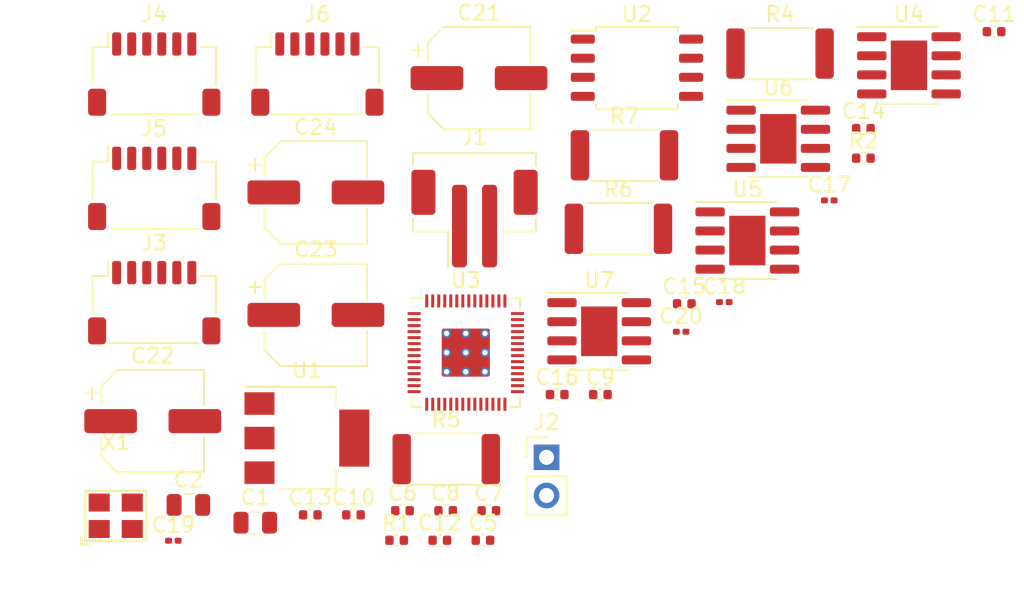
<source format=kicad_pcb>
(kicad_pcb (version 20211014) (generator pcbnew)
  (layers (0 "F.Cu" signal) (31 "B.Cu" signal) (34 "B.Paste" user) (35 "F.Paste" user) (36 "B.SilkS" user "B.Silkscreen") (37 "F.SilkS" user "F.Silkscreen") (38 "B.Mask" user) (39 "F.Mask" user) (44 "Edge.Cuts" user))
  (net 0 "")
  (net 1 "+BATT")
  (net 2 "GND")
  (net 3 "+3V3")
  (net 4 "Net-(C6-Pad1)")
  (net 5 "+5V")
  (net 6 "/~{USB_BOOT}")
  (net 7 "Net-(J3-Pad1)")
  (net 8 "Net-(J3-Pad2)")
  (net 9 "/MTR_1_A")
  (net 10 "/MTR_1_B")
  (net 11 "Net-(J4-Pad1)")
  (net 12 "Net-(J4-Pad2)")
  (net 13 "/MTR_2_A")
  (net 14 "/MTR_2_B")
  (net 15 "Net-(J5-Pad1)")
  (net 16 "Net-(J5-Pad2)")
  (net 17 "Net-(J6-Pad1)")
  (net 18 "Net-(J6-Pad2)")
  (net 19 "/QSPI_SS")
  (net 20 "Net-(R4-Pad1)")
  (net 21 "Net-(R5-Pad1)")
  (net 22 "Net-(R6-Pad1)")
  (net 23 "Net-(R7-Pad1)")
  (net 24 "/QSPI_SD1")
  (net 25 "/QSPI_SD2")
  (net 26 "/QSPI_SD0")
  (net 27 "/QSPI_SCLK")
  (net 28 "/QSPI_SD3")
  (net 29 "/GPIO0")
  (net 30 "/GPIO1")
  (net 31 "/MTR_3_A")
  (net 32 "/MTR_3_B")
  (net 33 "/MTR_4_A")
  (net 34 "/MTR_4_B")
  (net 35 "/MTR_1_IN1")
  (net 36 "/MTR_1_IN2")
  (net 37 "/MTR_2_IN1")
  (net 38 "/MTR_2_IN2")
  (net 39 "/MTR_3_IN1")
  (net 40 "/MTR_3_IN2")
  (net 41 "/XIN")
  (net 42 "/XOUT")
  (net 43 "/SWCLK")
  (net 44 "/SWD")
  (net 45 "/RUN")
  (net 46 "/MTR_4_IN1")
  (net 47 "/MTR_4_IN2")
  (net 48 "/GPIO18")
  (net 49 "/GPIO19")
  (net 50 "/GPIO20")
  (net 51 "/GPIO21")
  (net 52 "/GPIO22")
  (net 53 "/GPIO23")
  (net 54 "/GPIO24")
  (net 55 "/GPIO25")
  (net 56 "/GPIO26_ADC0")
  (net 57 "/GPIO27_ADC1")
  (net 58 "/GPIO28_ADC2")
  (net 59 "/GPIO29_ADC3")
  (footprint "Package_SO:SOIC-8-1EP_3.9x4.9mm_P1.27mm_EP2.41x3.3mm" (layer "F.Cu") (at 135.745 72.24)
    (fp_text reference "U6" (at 0 -3.4) (layer "F.SilkS"))
    (fp_text value "A4950E")
    (fp_line (start 0 -2.56) (end -3.45 -2.56) (layer "F.SilkS") (width 0.12))
    (fp_line (start 0 2.56) (end -1.95 2.56) (layer "F.SilkS") (width 0.12))
    (fp_line (start 0 -2.56) (end 1.95 -2.56) (layer "F.SilkS") (width 0.12))
    (fp_line (start 0 2.56) (end 1.95 2.56) (layer "F.SilkS") (width 0.12))
    (pad "1" smd roundrect (at -2.475 -1.905) (size 1.95 0.6) (layers "F.Cu" "F.Paste" "F.Mask") (net 2 "GND"))
    (pad "2" smd roundrect (at -2.475 -0.635) (size 1.95 0.6) (layers "F.Cu" "F.Paste" "F.Mask") (net 36 "/MTR_1_IN2"))
    (pad "3" smd roundrect (at -2.475 0.635) (size 1.95 0.6) (layers "F.Cu" "F.Paste" "F.Mask") (net 35 "/MTR_1_IN1"))
    (pad "4" smd roundrect (at -2.475 1.905) (size 1.95 0.6) (layers "F.Cu" "F.Paste" "F.Mask") (net 3 "+3V3"))
    (pad "5" smd roundrect (at 2.475 1.905) (size 1.95 0.6) (layers "F.Cu" "F.Paste" "F.Mask") (net 5 "+5V"))
    (pad "6" smd roundrect (at 2.475 0.635) (size 1.95 0.6) (layers "F.Cu" "F.Paste" "F.Mask") (net 15 "Net-(J5-Pad1)"))
    (pad "7" smd roundrect (at 2.475 -0.635) (size 1.95 0.6) (layers "F.Cu" "F.Paste" "F.Mask") (net 22 "Net-(R6-Pad1)"))
    (pad "8" smd roundrect (at 2.475 -1.905) (size 1.95 0.6) (layers "F.Cu" "F.Paste" "F.Mask") (net 16 "Net-(J5-Pad2)"))
    (pad "9" smd rect (at 0 0) (size 2.41 3.3) (layers "F.Cu" "F.Mask") (net 2 "GND"))
  )
  (footprint "Connector_PinHeader_2.54mm:PinHeader_1x02_P2.54mm_Vertical" (layer "F.Cu") (at 120.335 93.44)
    (fp_text reference "J2" (at 0 -2.33) (layer "F.SilkS"))
    (fp_text value "Conn_01x02")
    (fp_line (start -1.33 3.87) (end 1.33 3.87) (layer "F.SilkS") (width 0.12))
    (fp_line (start -1.33 0) (end -1.33 -1.33) (layer "F.SilkS") (width 0.12))
    (fp_line (start -1.33 1.27) (end 1.33 1.27) (layer "F.SilkS") (width 0.12))
    (fp_line (start -1.33 -1.33) (end 0 -1.33) (layer "F.SilkS") (width 0.12))
    (fp_line (start -1.33 1.27) (end -1.33 3.87) (layer "F.SilkS") (width 0.12))
    (fp_line (start 1.33 1.27) (end 1.33 3.87) (layer "F.SilkS") (width 0.12))
    (pad "1" thru_hole rect (at 0 0) (size 1.7 1.7) (drill 1) (layers *.Cu *.Mask) (net 6 "/~{USB_BOOT}"))
    (pad "2" thru_hole oval (at 0 2.54) (size 1.7 1.7) (drill 1) (layers *.Cu *.Mask) (net 2 "GND"))
  )
  (footprint "Capacitor_SMD:C_0402_1005Metric" (layer "F.Cu") (at 150.095 65.11)
    (fp_text reference "C11" (at 0 -1.16) (layer "F.SilkS"))
    (fp_text value "100n")
    (fp_line (start -0.107836 -0.36) (end 0.107836 -0.36) (layer "F.SilkS") (width 0.12))
    (fp_line (start -0.107836 0.36) (end 0.107836 0.36) (layer "F.SilkS") (width 0.12))
    (pad "1" smd roundrect (at -0.48 0) (size 0.56 0.62) (layers "F.Cu" "F.Paste" "F.Mask") (net 3 "+3V3"))
    (pad "2" smd roundrect (at 0.48 0) (size 0.56 0.62) (layers "F.Cu" "F.Paste" "F.Mask") (net 2 "GND"))
  )
  (footprint "Capacitor_SMD:C_0402_1005Metric" (layer "F.Cu") (at 116.495 96.99)
    (fp_text reference "C7" (at 0 -1.16) (layer "F.SilkS"))
    (fp_text value "100n")
    (fp_line (start -0.107836 -0.36) (end 0.107836 -0.36) (layer "F.SilkS") (width 0.12))
    (fp_line (start -0.107836 0.36) (end 0.107836 0.36) (layer "F.SilkS") (width 0.12))
    (pad "1" smd roundrect (at -0.48 0) (size 0.56 0.62) (layers "F.Cu" "F.Paste" "F.Mask") (net 4 "Net-(C6-Pad1)"))
    (pad "2" smd roundrect (at 0.48 0) (size 0.56 0.62) (layers "F.Cu" "F.Paste" "F.Mask") (net 2 "GND"))
  )
  (footprint "Capacitor_SMD:CP_Elec_6.3x5.4" (layer "F.Cu") (at 104.995 83.96)
    (fp_text reference "C23" (at 0 -4.35) (layer "F.SilkS"))
    (fp_text value "100u")
    (fp_line (start -2.345563 -3.41) (end 3.41 -3.41) (layer "F.SilkS") (width 0.12))
    (fp_line (start -4.4375 -1.8475) (end -3.65 -1.8475) (layer "F.SilkS") (width 0.12))
    (fp_line (start -3.41 2.345563) (end -3.41 1.06) (layer "F.SilkS") (width 0.12))
    (fp_line (start -4.04375 -2.24125) (end -4.04375 -1.45375) (layer "F.SilkS") (width 0.12))
    (fp_line (start -3.41 -2.345563) (end -3.41 -1.06) (layer "F.SilkS") (width 0.12))
    (fp_line (start 3.41 -3.41) (end 3.41 -1.06) (layer "F.SilkS") (width 0.12))
    (fp_line (start -3.41 2.345563) (end -2.345563 3.41) (layer "F.SilkS") (width 0.12))
    (fp_line (start 3.41 3.41) (end 3.41 1.06) (layer "F.SilkS") (width 0.12))
    (fp_line (start -2.345563 3.41) (end 3.41 3.41) (layer "F.SilkS") (width 0.12))
    (fp_line (start -3.41 -2.345563) (end -2.345563 -3.41) (layer "F.SilkS") (width 0.12))
    (pad "1" smd roundrect (at -2.8 0) (size 3.5 1.6) (layers "F.Cu" "F.Paste" "F.Mask") (roundrect_rratio 0.15625) (net 5 "+5V"))
    (pad "2" smd roundrect (at 2.8 0) (size 3.5 1.6) (layers "F.Cu" "F.Paste" "F.Mask") (roundrect_rratio 0.15625) (net 2 "GND"))
  )
  (footprint "Capacitor_SMD:C_0402_1005Metric" (layer "F.Cu") (at 141.405 71.56)
    (fp_text reference "C14" (at 0 -1.16) (layer "F.SilkS"))
    (fp_text value "100n")
    (fp_line (start -0.107836 0.36) (end 0.107836 0.36) (layer "F.SilkS") (width 0.12))
    (fp_line (start -0.107836 -0.36) (end 0.107836 -0.36) (layer "F.SilkS") (width 0.12))
    (pad "1" smd roundrect (at -0.48 0) (size 0.56 0.62) (layers "F.Cu" "F.Paste" "F.Mask") (net 3 "+3V3"))
    (pad "2" smd roundrect (at 0.48 0) (size 0.56 0.62) (layers "F.Cu" "F.Paste" "F.Mask") (net 2 "GND"))
  )
  (footprint "Electronics.pretty:RP2040-QFN-56" (layer "F.Cu") (at 114.965 86.47)
    (fp_text reference "U3" (at 0 -4.82) (layer "F.SilkS"))
    (fp_text value "RP2040")
    (fp_line (start -3.61 3.61) (end -3.61 2.96) (layer "F.SilkS") (width 0.12))
    (fp_line (start 2.96 3.61) (end 3.61 3.61) (layer "F.SilkS") (width 0.12))
    (fp_line (start 3.61 -3.61) (end 3.61 -2.96) (layer "F.SilkS") (width 0.12))
    (fp_line (start 3.61 3.61) (end 3.61 2.96) (layer "F.SilkS") (width 0.12))
    (fp_line (start -2.96 3.61) (end -3.61 3.61) (layer "F.SilkS") (width 0.12))
    (fp_line (start 2.96 -3.61) (end 3.61 -3.61) (layer "F.SilkS") (width 0.12))
    (fp_line (start -2.96 -3.61) (end -3.61 -3.61) (layer "F.SilkS") (width 0.12))
    (pad "1" smd roundrect (at -3.4375 -2.6) (size 0.875 0.2) (layers "F.Cu" "F.Paste" "F.Mask") (net 3 "+3V3"))
    (pad "2" smd roundrect (at -3.4375 -2.2) (size 0.875 0.2) (layers "F.Cu" "F.Paste" "F.Mask") (net 29 "/GPIO0"))
    (pad "3" smd roundrect (at -3.4375 -1.8) (size 0.875 0.2) (layers "F.Cu" "F.Paste" "F.Mask") (net 30 "/GPIO1"))
    (pad "4" smd roundrect (at -3.4375 -1.4) (size 0.875 0.2) (layers "F.Cu" "F.Paste" "F.Mask") (net 9 "/MTR_1_A"))
    (pad "5" smd roundrect (at -3.4375 -1) (size 0.875 0.2) (layers "F.Cu" "F.Paste" "F.Mask") (net 10 "/MTR_1_B"))
    (pad "6" smd roundrect (at -3.4375 -0.6) (size 0.875 0.2) (layers "F.Cu" "F.Paste" "F.Mask") (net 13 "/MTR_2_A"))
    (pad "7" smd roundrect (at -3.4375 -0.2) (size 0.875 0.2) (layers "F.Cu" "F.Paste" "F.Mask") (net 14 "/MTR_2_B"))
    (pad "8" smd roundrect (at -3.4375 0.2) (size 0.875 0.2) (layers "F.Cu" "F.Paste" "F.Mask") (net 31 "/MTR_3_A"))
    (pad "9" smd roundrect (at -3.4375 0.6) (size 0.875 0.2) (layers "F.Cu" "F.Paste" "F.Mask") (net 32 "/MTR_3_B"))
    (pad "10" smd roundrect (at -3.4375 1) (size 0.875 0.2) (layers "F.Cu" "F.Paste" "F.Mask") (net 3 "+3V3"))
    (pad "11" smd roundrect (at -3.4375 1.4) (size 0.875 0.2) (layers "F.Cu" "F.Paste" "F.Mask") (net 33 "/MTR_4_A"))
    (pad "12" smd roundrect (at -3.4375 1.8) (size 0.875 0.2) (layers "F.Cu" "F.Paste" "F.Mask") (net 34 "/MTR_4_B"))
    (pad "13" smd roundrect (at -3.4375 2.2) (size 0.875 0.2) (layers "F.Cu" "F.Paste" "F.Mask") (net 35 "/MTR_1_IN1"))
    (pad "14" smd roundrect (at -3.4375 2.6) (size 0.875 0.2) (layers "F.Cu" "F.Paste" "F.Mask") (net 36 "/MTR_1_IN2"))
    (pad "15" smd roundrect (at -2.6 3.4375) (size 0.2 0.875) (layers "F.Cu" "F.Paste" "F.Mask") (net 37 "/MTR_2_IN1"))
    (pad "16" smd roundrect (at -2.2 3.4375) (size 0.2 0.875) (layers "F.Cu" "F.Paste" "F.Mask") (net 38 "/MTR_2_IN2"))
    (pad "17" smd roundrect (at -1.8 3.4375) (size 0.2 0.875) (layers "F.Cu" "F.Paste" "F.Mask") (net 39 "/MTR_3_IN1"))
    (pad "18" smd roundrect (at -1.4 3.4375) (size 0.2 0.875) (layers "F.Cu" "F.Paste" "F.Mask") (net 40 "/MTR_3_IN2"))
    (pad "19" smd roundrect (at -1 3.4375) (size 0.2 0.875) (layers "F.Cu" "F.Paste" "F.Mask") (net 2 "GND"))
    (pad "20" smd roundrect (at -0.6 3.4375) (size 0.2 0.875) (layers "F.Cu" "F.Paste" "F.Mask") (net 41 "/XIN"))
    (pad "21" smd roundrect (at -0.2 3.4375) (size 0.2 0.875) (layers "F.Cu" "F.Paste" "F.Mask") (net 42 "/XOUT"))
    (pad "22" smd roundrect (at 0.2 3.4375) (size 0.2 0.875) (layers "F.Cu" "F.Paste" "F.Mask") (net 3 "+3V3"))
    (pad "23" smd roundrect (at 0.6 3.4375) (size 0.2 0.875) (layers "F.Cu" "F.Paste" "F.Mask") (net 4 "Net-(C6-Pad1)"))
    (pad "24" smd roundrect (at 1 3.4375) (size 0.2 0.875) (layers "F.Cu" "F.Paste" "F.Mask") (net 43 "/SWCLK"))
    (pad "25" smd roundrect (at 1.4 3.4375) (size 0.2 0.875) (layers "F.Cu" "F.Paste" "F.Mask") (net 44 "/SWD"))
    (pad "26" smd roundrect (at 1.8 3.4375) (size 0.2 0.875) (layers "F.Cu" "F.Paste" "F.Mask") (net 45 "/RUN"))
    (pad "27" smd roundrect (at 2.2 3.4375) (size 0.2 0.875) (layers "F.Cu" "F.Paste" "F.Mask") (net 46 "/MTR_4_IN1"))
    (pad "28" smd roundrect (at 2.6 3.4375) (size 0.2 0.875) (layers "F.Cu" "F.Paste" "F.Mask") (net 47 "/MTR_4_IN2"))
    (pad "29" smd roundrect (at 3.4375 2.6) (size 0.875 0.2) (layers "F.Cu" "F.Paste" "F.Mask") (net 48 "/GPIO18"))
    (pad "30" smd roundrect (at 3.4375 2.2) (size 0.875 0.2) (layers "F.Cu" "F.Paste" "F.Mask") (net 49 "/GPIO19"))
    (pad "31" smd roundrect (at 3.4375 1.8) (size 0.875 0.2) (layers "F.Cu" "F.Paste" "F.Mask") (net 50 "/GPIO20"))
    (pad "32" smd roundrect (at 3.4375 1.4) (size 0.875 0.2) (layers "F.Cu" "F.Paste" "F.Mask") (net 51 "/GPIO21"))
    (pad "33" smd roundrect (at 3.4375 1) (size 0.875 0.2) (layers "F.Cu" "F.Paste" "F.Mask") (net 3 "+3V3"))
    (pad "34" smd roundrect (at 3.4375 0.6) (size 0.875 0.2) (layers "F.Cu" "F.Paste" "F.Mask") (net 52 "/GPIO22"))
    (pad "35" smd roundrect (at 3.4375 0.2) (size 0.875 0.2) (layers "F.Cu" "F.Paste" "F.Mask") (net 53 "/GPIO23"))
    (pad "36" smd roundrect (at 3.4375 -0.2) (size 0.875 0.2) (layers "F.Cu" "F.Paste" "F.Mask") (net 54 "/GPIO24"))
    (pad "37" smd roundrect (at 3.4375 -0.6) (size 0.875 0.2) (layers "F.Cu" "F.Paste" "F.Mask") (net 55 "/GPIO25"))
    (pad "38" smd roundrect (at 3.4375 -1) (size 0.875 0.2) (layers "F.Cu" "F.Paste" "F.Mask") (net 56 "/GPIO26_ADC0"))
    (pad "39" smd roundrect (at 3.4375 -1.4) (size 0.875 0.2) (layers "F.Cu" "F.Paste" "F.Mask") (net 57 "/GPIO27_ADC1"))
    (pad "40" smd roundrect (at 3.4375 -1.8) (size 0.875 0.2) (layers "F.Cu" "F.Paste" "F.Mask") (net 58 "/GPIO28_ADC2"))
    (pad "41" smd roundrect (at 3.4375 -2.2) (size 0.875 0.2) (layers "F.Cu" "F.Paste" "F.Mask") (net 59 "/GPIO29_ADC3"))
    (pad "42" smd roundrect (at 3.4375 -2.6) (size 0.875 0.2) (layers "F.Cu" "F.Paste" "F.Mask") (net 3 "+3V3"))
    (pad "43" smd roundrect (at 2.6 -3.4375) (size 0.2 0.875) (layers "F.Cu" "F.Paste" "F.Mask") (net 3 "+3V3"))
    (pad "44" smd roundrect (at 2.2 -3.4375) (size 0.2 0.875) (layers "F.Cu" "F.Paste" "F.Mask") (net 3 "+3V3"))
    (pad "45" smd roundrect (at 1.8 -3.4375) (size 0.2 0.875) (layers "F.Cu" "F.Paste" "F.Mask") (net 4 "Net-(C6-Pad1)"))
    (pad "46" smd roundrect (at 1.4 -3.4375) (size 0.2 0.875) (layers "F.Cu" "F.Paste" "F.Mask"))
    (pad "47" smd roundrect (at 1 -3.4375) (size 0.2 0.875) (layers "F.Cu" "F.Paste" "F.Mask"))
    (pad "48" smd roundrect (at 0.6 -3.4375) (size 0.2 0.875) (layers "F.Cu" "F.Paste" "F.Mask") (net 3 "+3V3"))
    (pad "49" smd roundrect (at 0.2 -3.4375) (size 0.2 0.875) (layers "F.Cu" "F.Paste" "F.Mask") (net 3 "+3V3"))
    (pad "50" smd roundrect (at -0.2 -3.4375) (size 0.2 0.875) (layers "F.Cu" "F.Paste" "F.Mask") (net 4 "Net-(C6-Pad1)"))
    (pad "51" smd roundrect (at -0.6 -3.4375) (size 0.2 0.875) (layers "F.Cu" "F.Paste" "F.Mask") (net 28 "/QSPI_SD3"))
    (pad "52" smd roundrect (at -1 -3.4375) (size 0.2 0.875) (layers "F.Cu" "F.Paste" "F.Mask") (net 27 "/QSPI_SCLK"))
    (pad "53" smd roundrect (at -1.4 -3.4375) (size 0.2 0.875) (layers "F.Cu" "F.Paste" "F.Mask") (net 26 "/QSPI_SD0"))
    (pad "54" smd roundrect (at -1.8 -3.4375) (size 0.2 0.875) (layers "F.Cu" "F.Paste" "F.Mask") (net 25 "/QSPI_SD2"))
    (pad "55" smd roundrect (at -2.2 -3.4375) (size 0.2 0.875) (layers "F.Cu" "F.Paste" "F.Mask") (net 24 "/QSPI_SD1"))
    (pad "56" smd roundrect (at -2.6 -3.4375) (size 0.2 0.875) (layers "F.Cu" "F.Paste" "F.Mask") (net 19 "/QSPI_SS"))
    (pad "57" thru_hole circle (at -1.275 0) (size 0.6 0.6) (drill 0.35) (layers *.Cu) (net 2 "GND"))
    (pad "57" thru_hole circle (at -1.275 -1.275) (size 0.6 0.6) (drill 0.35) (layers *.Cu) (net 2 "GND"))
    (pad "57" thru_hole circle (at 1.275 -1.275) (size 0.6 0.6) (drill 0.35) (layers *.Cu) (net 2 "GND"))
    (pad "57" thru_hole circle (at 0 1.275) (size 0.6 0.6) (drill 0.35) (layers *.Cu) (net 2 "GND"))
    (pad "57" thru_hole circle (at 1.275 1.275) (size 0.6 0.6) (drill 0.35) (layers *.Cu) (net 2 "GND"))
    (pad "57" thru_hole circle (at -1.275 1.275) (size 0.6 0.6) (drill 0.35) (layers *.Cu) (net 2 "GND"))
    (pad "57" thru_hole circle (at 0 0) (size 0.6 0.6) (drill 0.35) (layers *.Cu) (net 2 "GND"))
    (pad "57" thru_hole circle (at 1.275 0) (size 0.6 0.6) (drill 0.35) (layers *.Cu) (net 2 "GND"))
    (pad "57" thru_hole circle (at 0 -1.275) (size 0.6 0.6) (drill 0.35) (layers *.Cu) (net 2 "GND"))
    (pad "57" smd roundrect (at 0 0) (size 3.2 3.2) (layers "F.Cu" "F.Mask") (roundrect_rratio 0.045) (net 2 "GND"))
  )
  (footprint "Capacitor_SMD:C_0402_1005Metric" (layer "F.Cu") (at 141.405 73.53)
    (fp_text reference "R2" (at 0 -1.16) (layer "F.SilkS"))
    (fp_text value "DNF")
    (fp_line (start -0.107836 -0.36) (end 0.107836 -0.36) (layer "F.SilkS") (width 0.12))
    (fp_line (start -0.107836 0.36) (end 0.107836 0.36) (layer "F.SilkS") (width 0.12))
    (pad "1" smd roundrect (at -0.48 0) (size 0.56 0.62) (layers "F.Cu" "F.Paste" "F.Mask") (net 3 "+3V3"))
    (pad "2" smd roundrect (at 0.48 0) (size 0.56 0.62) (layers "F.Cu" "F.Paste" "F.Mask") (net 19 "/QSPI_SS"))
  )
  (footprint "Connector_JST:JST_SH_SM06B-SRSS-TB_1x06-1MP_P1.00mm_Horizontal" (layer "F.Cu") (at 105.095 67.93)
    (fp_text reference "J6" (at 0 -3.98) (layer "F.SilkS"))
    (fp_text value "Conn_01x06")
    (fp_line (start -3.06 -1.785) (end -3.06 -2.775) (layer "F.SilkS") (width 0.12))
    (fp_line (start -2.94 2.685) (end 2.94 2.685) (layer "F.SilkS") (width 0.12))
    (fp_line (start 4.11 0.715) (end 4.11 -1.785) (layer "F.SilkS") (width 0.12))
    (fp_line (start 4.11 -1.785) (end 3.06 -1.785) (layer "F.SilkS") (width 0.12))
    (fp_line (start -4.11 -1.785) (end -3.06 -1.785) (layer "F.SilkS") (width 0.12))
    (fp_line (start -4.11 0.715) (end -4.11 -1.785) (layer "F.SilkS") (width 0.12))
    (pad "1" smd roundrect (at -2.5 -2) (size 0.6 1.55) (layers "F.Cu" "F.Paste" "F.Mask") (net 17 "Net-(J6-Pad1)"))
    (pad "2" smd roundrect (at -1.5 -2) (size 0.6 1.55) (layers "F.Cu" "F.Paste" "F.Mask") (net 18 "Net-(J6-Pad2)"))
    (pad "3" smd roundrect (at -0.5 -2) (size 0.6 1.55) (layers "F.Cu" "F.Paste" "F.Mask") (net 3 "+3V3"))
    (pad "4" smd roundrect (at 0.5 -2) (size 0.6 1.55) (layers "F.Cu" "F.Paste" "F.Mask") (net 13 "/MTR_2_A"))
    (pad "5" smd roundrect (at 1.5 -2) (size 0.6 1.55) (layers "F.Cu" "F.Paste" "F.Mask") (net 14 "/MTR_2_B"))
    (pad "6" smd roundrect (at 2.5 -2) (size 0.6 1.55) (layers "F.Cu" "F.Paste" "F.Mask") (net 2 "GND"))
    (pad "MP" smd roundrect (at 3.8 1.875) (size 1.2 1.8) (layers "F.Cu" "F.Paste" "F.Mask") (roundrect_rratio 0.208333))
    (pad "MP" smd roundrect (at -3.8 1.875) (size 1.2 1.8) (layers "F.Cu" "F.Paste" "F.Mask") (roundrect_rratio 0.208333))
  )
  (footprint "Capacitor_SMD:C_0402_1005Metric" (layer "F.Cu") (at 116.105 98.96)
    (fp_text reference "C5" (at 0 -1.16) (layer "F.SilkS"))
    (fp_text value "100n")
    (fp_line (start -0.107836 0.36) (end 0.107836 0.36) (layer "F.SilkS") (width 0.12))
    (fp_line (start -0.107836 -0.36) (end 0.107836 -0.36) (layer "F.SilkS") (width 0.12))
    (pad "1" smd roundrect (at -0.48 0) (size 0.56 0.62) (layers "F.Cu" "F.Paste" "F.Mask") (net 3 "+3V3"))
    (pad "2" smd roundrect (at 0.48 0) (size 0.56 0.62) (layers "F.Cu" "F.Paste" "F.Mask") (net 2 "GND"))
  )
  (footprint "Package_TO_SOT_SMD:SOT-223-3_TabPin2" (layer "F.Cu") (at 104.395 92.16)
    (fp_text reference "U1" (at 0 -4.5) (layer "F.SilkS"))
    (fp_text value "NCP1117-3.3_SOT223")
    (fp_line (start -1.85 3.41) (end 1.91 3.41) (layer "F.SilkS") (width 0.12))
    (fp_line (start 1.91 3.41) (end 1.91 2.15) (layer "F.SilkS") (width 0.12))
    (fp_line (start 1.91 -3.41) (end 1.91 -2.15) (layer "F.SilkS") (width 0.12))
    (fp_line (start -4.1 -3.41) (end 1.91 -3.41) (layer "F.SilkS") (width 0.12))
    (pad "1" smd rect (at -3.15 -2.3) (size 2 1.5) (layers "F.Cu" "F.Paste" "F.Mask") (net 2 "GND"))
    (pad "2" smd rect (at 3.15 0) (size 2 3.8) (layers "F.Cu" "F.Paste" "F.Mask") (net 3 "+3V3"))
    (pad "2" smd rect (at -3.15 0) (size 2 1.5) (layers "F.Cu" "F.Paste" "F.Mask") (net 3 "+3V3"))
    (pad "3" smd rect (at -3.15 2.3) (size 2 1.5) (layers "F.Cu" "F.Paste" "F.Mask") (net 1 "+BATT"))
  )
  (footprint "Connector_JST:JST_PH_B2B-PH-SM4-TB_1x02-1MP_P2.00mm_Vertical" (layer "F.Cu") (at 115.545 77.55)
    (fp_text reference "J1" (at 0 -5.45) (layer "F.SilkS"))
    (fp_text value "Conn_01x02")
    (fp_line (start -1.76 0.86) (end -1.76 3.25) (layer "F.SilkS") (width 0.12))
    (fp_line (start 4.085 -4.36) (end 4.085 -3.51) (layer "F.SilkS") (width 0.12))
    (fp_line (start -4.085 0.86) (end -1.76 0.86) (layer "F.SilkS") (width 0.12))
    (fp_line (start -4.085 -4.36) (end 4.085 -4.36) (layer "F.SilkS") (width 0.12))
    (fp_line (start 4.085 0.01) (end 4.085 0.86) (layer "F.SilkS") (width 0.12))
    (fp_line (start 4.085 0.86) (end 1.76 0.86) (layer "F.SilkS") (width 0.12))
    (fp_line (start -4.085 -3.51) (end -4.085 -4.36) (layer "F.SilkS") (width 0.12))
    (fp_line (start -4.085 0.01) (end -4.085 0.86) (layer "F.SilkS") (width 0.12))
    (pad "1" smd roundrect (at -1 0.5) (size 1 5.5) (layers "F.Cu" "F.Paste" "F.Mask") (net 1 "+BATT"))
    (pad "2" smd roundrect (at 1 0.5) (size 1 5.5) (layers "F.Cu" "F.Paste" "F.Mask") (net 2 "GND"))
    (pad "MP" smd roundrect (at -3.4 -1.75) (size 1.6 3) (layers "F.Cu" "F.Paste" "F.Mask") (roundrect_rratio 0.15625))
    (pad "MP" smd roundrect (at 3.4 -1.75) (size 1.6 3) (layers "F.Cu" "F.Paste" "F.Mask") (roundrect_rratio 0.15625))
  )
  (footprint "Package_SO:SOIC-8_5.23x5.23mm_P1.27mm" (layer "F.Cu") (at 126.345 67.51)
    (fp_text reference "U2" (at 0 -3.56) (layer "F.SilkS"))
    (fp_text value "W25Q128JVS")
    (fp_line (start -2.725 2.725) (end -2.725 2.465) (layer "F.SilkS") (width 0.12))
    (fp_line (start 0 -2.725) (end -2.725 -2.725) (layer "F.SilkS") (width 0.12))
    (fp_line (start 2.725 -2.725) (end 2.725 -2.465) (layer "F.SilkS") (width 0.12))
    (fp_line (start -2.725 -2.725) (end -2.725 -2.465) (layer "F.SilkS") (width 0.12))
    (fp_line (start 0 2.725) (end 2.725 2.725) (layer "F.SilkS") (width 0.12))
    (fp_line (start -2.725 -2.465) (end -4.4 -2.465) (layer "F.SilkS") (width 0.12))
    (fp_line (start 0 2.725) (end -2.725 2.725) (layer "F.SilkS") (width 0.12))
    (fp_line (start 2.725 2.725) (end 2.725 2.465) (layer "F.SilkS") (width 0.12))
    (fp_line (start 0 -2.725) (end 2.725 -2.725) (layer "F.SilkS") (width 0.12))
    (pad "1" smd roundrect (at -3.6 -1.905) (size 1.6 0.6) (layers "F.Cu" "F.Paste" "F.Mask") (net 19 "/QSPI_SS"))
    (pad "2" smd roundrect (at -3.6 -0.635) (size 1.6 0.6) (layers "F.Cu" "F.Paste" "F.Mask") (net 24 "/QSPI_SD1"))
    (pad "3" smd roundrect (at -3.6 0.635) (size 1.6 0.6) (layers "F.Cu" "F.Paste" "F.Mask") (net 25 "/QSPI_SD2"))
    (pad "4" smd roundrect (at -3.6 1.905) (size 1.6 0.6) (layers "F.Cu" "F.Paste" "F.Mask") (net 2 "GND"))
    (pad "5" smd roundrect (at 3.6 1.905) (size 1.6 0.6) (layers "F.Cu" "F.Paste" "F.Mask") (net 26 "/QSPI_SD0"))
    (pad "6" smd roundrect (at 3.6 0.635) (size 1.6 0.6) (layers "F.Cu" "F.Paste" "F.Mask") (net 27 "/QSPI_SCLK"))
    (pad "7" smd roundrect (at 3.6 -0.635) (size 1.6 0.6) (layers "F.Cu" "F.Paste" "F.Mask") (net 28 "/QSPI_SD3"))
    (pad "8" smd roundrect (at 3.6 -1.905) (size 1.6 0.6) (layers "F.Cu" "F.Paste" "F.Mask") (net 3 "+3V3"))
  )
  (footprint "Package_SO:SOIC-8-1EP_3.9x4.9mm_P1.27mm_EP2.41x3.3mm" (layer "F.Cu") (at 144.435 67.35)
    (fp_text reference "U4" (at 0 -3.4) (layer "F.SilkS"))
    (fp_text value "A4950E")
    (fp_line (start 0 -2.56) (end 1.95 -2.56) (layer "F.SilkS") (width 0.12))
    (fp_line (start 0 2.56) (end -1.95 2.56) (layer "F.SilkS") (width 0.12))
    (fp_line (start 0 2.56) (end 1.95 2.56) (layer "F.SilkS") (width 0.12))
    (fp_line (start 0 -2.56) (end -3.45 -2.56) (layer "F.SilkS") (width 0.12))
    (pad "1" smd roundrect (at -2.475 -1.905) (size 1.95 0.6) (layers "F.Cu" "F.Paste" "F.Mask") (net 2 "GND"))
    (pad "2" smd roundrect (at -2.475 -0.635) (size 1.95 0.6) (layers "F.Cu" "F.Paste" "F.Mask") (net 36 "/MTR_1_IN2"))
    (pad "3" smd roundrect (at -2.475 0.635) (size 1.95 0.6) (layers "F.Cu" "F.Paste" "F.Mask") (net 35 "/MTR_1_IN1"))
    (pad "4" smd roundrect (at -2.475 1.905) (size 1.95 0.6) (layers "F.Cu" "F.Paste" "F.Mask") (net 3 "+3V3"))
    (pad "5" smd roundrect (at 2.475 1.905) (size 1.95 0.6) (layers "F.Cu" "F.Paste" "F.Mask") (net 5 "+5V"))
    (pad "6" smd roundrect (at 2.475 0.635) (size 1.95 0.6) (layers "F.Cu" "F.Paste" "F.Mask") (net 7 "Net-(J3-Pad1)"))
    (pad "7" smd roundrect (at 2.475 -0.635) (size 1.95 0.6) (layers "F.Cu" "F.Paste" "F.Mask") (net 20 "Net-(R4-Pad1)"))
    (pad "8" smd roundrect (at 2.475 -1.905) (size 1.95 0.6) (layers "F.Cu" "F.Paste" "F.Mask") (net 8 "Net-(J3-Pad2)"))
    (pad "9" smd rect (at 0 0) (size 2.41 3.3) (layers "F.Cu" "F.Mask") (net 2 "GND"))
  )
  (footprint "Resistor_SMD:R_0201_0603Metric" (layer "F.Cu") (at 95.515 98.99)
    (fp_text reference "C19" (at 0 -1.05) (layer "F.SilkS"))
    (fp_text value "0.22u")
    (pad "1" smd roundrect (at -0.32 0) (size 0.46 0.4) (layers "F.Cu" "F.Mask") (net 5 "+5V"))
    (pad "2" smd roundrect (at 0.32 0) (size 0.46 0.4) (layers "F.Cu" "F.Mask") (net 2 "GND"))
  )
  (footprint "Package_SO:SOIC-8-1EP_3.9x4.9mm_P1.27mm_EP2.41x3.3mm" (layer "F.Cu") (at 133.685 79.01)
    (fp_text reference "U5" (at 0 -3.4) (layer "F.SilkS"))
    (fp_text value "A4950E")
    (fp_line (start 0 2.56) (end 1.95 2.56) (layer "F.SilkS") (width 0.12))
    (fp_line (start 0 -2.56) (end 1.95 -2.56) (layer "F.SilkS") (width 0.12))
    (fp_line (start 0 -2.56) (end -3.45 -2.56) (layer "F.SilkS") (width 0.12))
    (fp_line (start 0 2.56) (end -1.95 2.56) (layer "F.SilkS") (width 0.12))
    (pad "1" smd roundrect (at -2.475 -1.905) (size 1.95 0.6) (layers "F.Cu" "F.Paste" "F.Mask") (net 2 "GND"))
    (pad "2" smd roundrect (at -2.475 -0.635) (size 1.95 0.6) (layers "F.Cu" "F.Paste" "F.Mask") (net 38 "/MTR_2_IN2"))
    (pad "3" smd roundrect (at -2.475 0.635) (size 1.95 0.6) (layers "F.Cu" "F.Paste" "F.Mask") (net 37 "/MTR_2_IN1"))
    (pad "4" smd roundrect (at -2.475 1.905) (size 1.95 0.6) (layers "F.Cu" "F.Paste" "F.Mask") (net 3 "+3V3"))
    (pad "5" smd roundrect (at 2.475 1.905) (size 1.95 0.6) (layers "F.Cu" "F.Paste" "F.Mask") (net 5 "+5V"))
    (pad "6" smd roundrect (at 2.475 0.635) (size 1.95 0.6) (layers "F.Cu" "F.Paste" "F.Mask") (net 11 "Net-(J4-Pad1)"))
    (pad "7" smd roundrect (at 2.475 -0.635) (size 1.95 0.6) (layers "F.Cu" "F.Paste" "F.Mask") (net 21 "Net-(R5-Pad1)"))
    (pad "8" smd roundrect (at 2.475 -1.905) (size 1.95 0.6) (layers "F.Cu" "F.Paste" "F.Mask") (net 12 "Net-(J4-Pad2)"))
    (pad "9" smd rect (at 0 0) (size 2.41 3.3) (layers "F.Cu" "F.Mask") (net 2 "GND"))
  )
  (footprint "Connector_JST:JST_SH_SM06B-SRSS-TB_1x06-1MP_P1.00mm_Horizontal" (layer "F.Cu") (at 94.245 75.54)
    (fp_text reference "J5" (at 0 -3.98) (layer "F.SilkS"))
    (fp_text value "Conn_01x06")
    (fp_line (start -4.11 -1.785) (end -3.06 -1.785) (layer "F.SilkS") (width 0.12))
    (fp_line (start 4.11 -1.785) (end 3.06 -1.785) (layer "F.SilkS") (width 0.12))
    (fp_line (start 4.11 0.715) (end 4.11 -1.785) (layer "F.SilkS") (width 0.12))
    (fp_line (start -2.94 2.685) (end 2.94 2.685) (layer "F.SilkS") (width 0.12))
    (fp_line (start -4.11 0.715) (end -4.11 -1.785) (layer "F.SilkS") (width 0.12))
    (fp_line (start -3.06 -1.785) (end -3.06 -2.775) (layer "F.SilkS") (width 0.12))
    (pad "1" smd roundrect (at -2.5 -2) (size 0.6 1.55) (layers "F.Cu" "F.Paste" "F.Mask") (net 15 "Net-(J5-Pad1)"))
    (pad "2" smd roundrect (at -1.5 -2) (size 0.6 1.55) (layers "F.Cu" "F.Paste" "F.Mask") (net 16 "Net-(J5-Pad2)"))
    (pad "3" smd roundrect (at -0.5 -2) (size 0.6 1.55) (layers "F.Cu" "F.Paste" "F.Mask") (net 3 "+3V3"))
    (pad "4" smd roundrect (at 0.5 -2) (size 0.6 1.55) (layers "F.Cu" "F.Paste" "F.Mask") (net 9 "/MTR_1_A"))
    (pad "5" smd roundrect (at 1.5 -2) (size 0.6 1.55) (layers "F.Cu" "F.Paste" "F.Mask") (net 10 "/MTR_1_B"))
    (pad "6" smd roundrect (at 2.5 -2) (size 0.6 1.55) (layers "F.Cu" "F.Paste" "F.Mask") (net 2 "GND"))
    (pad "MP" smd roundrect (at 3.8 1.875) (size 1.2 1.8) (layers "F.Cu" "F.Paste" "F.Mask") (roundrect_rratio 0.208333))
    (pad "MP" smd roundrect (at -3.8 1.875) (size 1.2 1.8) (layers "F.Cu" "F.Paste" "F.Mask") (roundrect_rratio 0.208333))
  )
  (footprint "Electronics.pretty:OSC-SMD_4P-L3.2-W2.5-BL" (layer "F.Cu") (at 91.685 97.33)
    (fp_text reference "X1" (at 0 -4.88) (layer "F.SilkS"))
    (fp_text value "HSO321S12MHZ3.3V")
    (fp_line (start -2.03 -1.65) (end 2.03 -1.65) (layer "F.SilkS") (width 0.15))
    (fp_line (start -2.03 1.68) (end -2.03 -1.65) (layer "F.SilkS") (width 0.15))
    (fp_line (start 2.03 -1.65) (end 2.03 0) (layer "F.SilkS") (width 0.15))
    (fp_line (start 2.03 1.65) (end -2.03 1.68) (layer "F.SilkS") (width 0.15))
    (fp_line (start 2.03 0) (end 2.03 1.65) (layer "F.SilkS") (width 0.15))
    (fp_line (start -2.29 1.4) (end -2.29 1.91) (layer "F.SilkS") (width 0.15))
    (fp_line (start 2.03 1.65) (end 2.03 1.65) (layer "F.SilkS") (width 0.15))
    (fp_line (start -2.29 1.91) (end -1.78 1.91) (layer "F.SilkS") (width 0.15))
    (pad "1" smd rect locked (at -1.1 0.88) (size 1.4 1.2) (layers "F.Cu" "F.Paste" "F.Mask") (net 3 "+3V3"))
    (pad "2" smd rect locked (at 1.1 0.88) (size 1.4 1.2) (layers "F.Cu" "F.Paste" "F.Mask") (net 2 "GND"))
    (pad "3" smd rect locked (at 1.1 -0.88) (size 1.4 1.2) (layers "F.Cu" "F.Paste" "F.Mask") (net 41 "/XIN"))
    (pad "4" smd rect locked (at -1.1 -0.88) (size 1.4 1.2) (layers "F.Cu" "F.Paste" "F.Mask") (net 3 "+3V3"))
  )
  (footprint "Connector_JST:JST_SH_SM06B-SRSS-TB_1x06-1MP_P1.00mm_Horizontal" (layer "F.Cu") (at 94.245 83.15)
    (fp_text reference "J3" (at 0 -3.98) (layer "F.SilkS"))
    (fp_text value "Conn_01x06")
    (fp_line (start -2.94 2.685) (end 2.94 2.685) (layer "F.SilkS") (width 0.12))
    (fp_line (start -4.11 0.715) (end -4.11 -1.785) (layer "F.SilkS") (width 0.12))
    (fp_line (start -3.06 -1.785) (end -3.06 -2.775) (layer "F.SilkS") (width 0.12))
    (fp_line (start 4.11 -1.785) (end 3.06 -1.785) (layer "F.SilkS") (width 0.12))
    (fp_line (start 4.11 0.715) (end 4.11 -1.785) (layer "F.SilkS") (width 0.12))
    (fp_line (start -4.11 -1.785) (end -3.06 -1.785) (layer "F.SilkS") (width 0.12))
    (pad "1" smd roundrect (at -2.5 -2) (size 0.6 1.55) (layers "F.Cu" "F.Paste" "F.Mask") (net 7 "Net-(J3-Pad1)"))
    (pad "2" smd roundrect (at -1.5 -2) (size 0.6 1.55) (layers "F.Cu" "F.Paste" "F.Mask") (net 8 "Net-(J3-Pad2)"))
    (pad "3" smd roundrect (at -0.5 -2) (size 0.6 1.55) (layers "F.Cu" "F.Paste" "F.Mask") (net 3 "+3V3"))
    (pad "4" smd roundrect (at 0.5 -2) (size 0.6 1.55) (layers "F.Cu" "F.Paste" "F.Mask") (net 9 "/MTR_1_A"))
    (pad "5" smd roundrect (at 1.5 -2) (size 0.6 1.55) (layers "F.Cu" "F.Paste" "F.Mask") (net 10 "/MTR_1_B"))
    (pad "6" smd roundrect (at 2.5 -2) (size 0.6 1.55) (layers "F.Cu" "F.Paste" "F.Mask") (net 2 "GND"))
    (pad "MP" smd roundrect (at -3.8 1.875) (size 1.2 1.8) (layers "F.Cu" "F.Paste" "F.Mask") (roundrect_rratio 0.208333))
    (pad "MP" smd roundrect (at 3.8 1.875) (size 1.2 1.8) (layers "F.Cu" "F.Paste" "F.Mask") (roundrect_rratio 0.208333))
  )
  (footprint "Capacitor_SMD:CP_Elec_6.3x5.4" (layer "F.Cu") (at 115.845 68.2)
    (fp_text reference "C21" (at 0 -4.35) (layer "F.SilkS"))
    (fp_text value "100u")
    (fp_line (start 3.41 -3.41) (end 3.41 -1.06) (layer "F.SilkS") (width 0.12))
    (fp_line (start -3.41 2.345563) (end -2.345563 3.41) (layer "F.SilkS") (width 0.12))
    (fp_line (start 3.41 3.41) (end 3.41 1.06) (layer "F.SilkS") (width 0.12))
    (fp_line (start -2.345563 -3.41) (end 3.41 -3.41) (layer "F.SilkS") (width 0.12))
    (fp_line (start -3.41 -2.345563) (end -2.345563 -3.41) (layer "F.SilkS") (width 0.12))
    (fp_line (start -3.41 -2.345563) (end -3.41 -1.06) (layer "F.SilkS") (width 0.12))
    (fp_line (start -4.04375 -2.24125) (end -4.04375 -1.45375) (layer "F.SilkS") (width 0.12))
    (fp_line (start -3.41 2.345563) (end -3.41 1.06) (layer "F.SilkS") (width 0.12))
    (fp_line (start -2.345563 3.41) (end 3.41 3.41) (layer "F.SilkS") (width 0.12))
    (fp_line (start -4.4375 -1.8475) (end -3.65 -1.8475) (layer "F.SilkS") (width 0.12))
    (pad "1" smd roundrect (at -2.8 0) (size 3.5 1.6) (layers "F.Cu" "F.Paste" "F.Mask") (roundrect_rratio 0.15625) (net 5 "+5V"))
    (pad "2" smd roundrect (at 2.8 0) (size 3.5 1.6) (layers "F.Cu" "F.Paste" "F.Mask") (roundrect_rratio 0.15625) (net 2 "GND"))
  )
  (footprint "Capacitor_SMD:C_0402_1005Metric" (layer "F.Cu") (at 113.235 98.96)
    (fp_text reference "C12" (at 0 -1.16) (layer "F.SilkS"))
    (fp_text value "100n")
    (fp_line (start -0.107836 -0.36) (end 0.107836 -0.36) (layer "F.SilkS") (width 0.12))
    (fp_line (start -0.107836 0.36) (end 0.107836 0.36) (layer "F.SilkS") (width 0.12))
    (pad "1" smd roundrect (at -0.48 0) (size 0.56 0.62) (layers "F.Cu" "F.Paste" "F.Mask") (net 3 "+3V3"))
    (pad "2" smd roundrect (at 0.48 0) (size 0.56 0.62) (layers "F.Cu" "F.Paste" "F.Mask") (net 2 "GND"))
  )
  (footprint "Resistor_SMD:R_0201_0603Metric" (layer "F.Cu") (at 129.285 85.08)
    (fp_text reference "C20" (at 0 -1.05) (layer "F.SilkS"))
    (fp_text value "0.22u")
    (pad "1" smd roundrect (at -0.32 0) (size 0.46 0.4) (layers "F.Cu" "F.Mask") (net 5 "+5V"))
    (pad "2" smd roundrect (at 0.32 0) (size 0.46 0.4) (layers "F.Cu" "F.Mask") (net 2 "GND"))
  )
  (footprint "Capacitor_SMD:C_0402_1005Metric" (layer "F.Cu") (at 107.495 97.27)
    (fp_text reference "C10" (at 0 -1.16) (layer "F.SilkS"))
    (fp_text value "1u")
    (fp_line (start -0.107836 -0.36) (end 0.107836 -0.36) (layer "F.SilkS") (width 0.12))
    (fp_line (start -0.107836 0.36) (end 0.107836 0.36) (layer "F.SilkS") (width 0.12))
    (pad "1" smd roundrect (at -0.48 0) (size 0.56 0.62) (layers "F.Cu" "F.Paste" "F.Mask") (net 3 "+3V3"))
    (pad "2" smd roundrect (at 0.48 0) (size 0.56 0.62) (layers "F.Cu" "F.Paste" "F.Mask") (net 2 "GND"))
  )
  (footprint "Resistor_SMD:R_2512_6332Metric" (layer "F.Cu") (at 113.665 93.56)
    (fp_text reference "R5" (at 0 -2.62) (layer "F.SilkS"))
    (fp_text value "0.25")
    (fp_line (start -2.177064 1.71) (end 2.177064 1.71) (layer "F.SilkS") (width 0.12))
    (fp_line (start -2.177064 -1.71) (end 2.177064 -1.71) (layer "F.SilkS") (width 0.12))
    (pad "1" smd roundrect (at -2.9625 0) (size 1.225 3.35) (layers "F.Cu" "F.Paste" "F.Mask") (roundrect_rratio 0.204082) (net 21 "Net-(R5-Pad1)"))
    (pad "2" smd roundrect (at 2.9625 0) (size 1.225 3.35) (layers "F.Cu" "F.Paste" "F.Mask") (roundrect_rratio 0.204082) (net 2 "GND"))
  )
  (footprint "Capacitor_SMD:C_0402_1005Metric" (layer "F.Cu") (at 113.625 96.99)
    (fp_text reference "C8" (at 0 -1.16) (layer "F.SilkS"))
    (fp_text value "1u")
    (fp_line (start -0.107836 0.36) (end 0.107836 0.36) (layer "F.SilkS") (width 0.12))
    (fp_line (start -0.107836 -0.36) (end 0.107836 -0.36) (layer "F.SilkS") (width 0.12))
    (pad "1" smd roundrect (at -0.48 0) (size 0.56 0.62) (layers "F.Cu" "F.Paste" "F.Mask") (net 4 "Net-(C6-Pad1)"))
    (pad "2" smd roundrect (at 0.48 0) (size 0.56 0.62) (layers "F.Cu" "F.Paste" "F.Mask") (net 2 "GND"))
  )
  (footprint "Capacitor_SMD:C_0805_2012Metric" (layer "F.Cu") (at 100.965 97.79)
    (fp_text reference "C1" (at 0 -1.68) (layer "F.SilkS"))
    (fp_text value "10u")
    (fp_line (start -0.261252 0.735) (end 0.261252 0.735) (layer "F.SilkS") (width 0.12))
    (fp_line (start -0.261252 -0.735) (end 0.261252 -0.735) (layer "F.SilkS") (width 0.12))
    (pad "1" smd roundrect (at -0.95 0) (size 1 1.45) (layers "F.Cu" "F.Paste" "F.Mask") (net 1 "+BATT"))
    (pad "2" smd roundrect (at 0.95 0) (size 1 1.45) (layers "F.Cu" "F.Paste" "F.Mask") (net 2 "GND"))
  )
  (footprint "Resistor_SMD:R_0201_0603Metric" (layer "F.Cu") (at 139.135 76.34)
    (fp_text reference "C17" (at 0 -1.05) (layer "F.SilkS"))
    (fp_text value "0.22u")
    (pad "1" smd roundrect (at -0.32 0) (size 0.46 0.4) (layers "F.Cu" "F.Mask") (net 5 "+5V"))
    (pad "2" smd roundrect (at 0.32 0) (size 0.46 0.4) (layers "F.Cu" "F.Mask") (net 2 "GND"))
  )
  (footprint "Resistor_SMD:R_2512_6332Metric" (layer "F.Cu") (at 135.865 66.57)
    (fp_text reference "R4" (at 0 -2.62) (layer "F.SilkS"))
    (fp_text value "0.25")
    (fp_line (start -2.177064 1.71) (end 2.177064 1.71) (layer "F.SilkS") (width 0.12))
    (fp_line (start -2.177064 -1.71) (end 2.177064 -1.71) (layer "F.SilkS") (width 0.12))
    (pad "1" smd roundrect (at -2.9625 0) (size 1.225 3.35) (layers "F.Cu" "F.Paste" "F.Mask") (roundrect_rratio 0.204082) (net 20 "Net-(R4-Pad1)"))
    (pad "2" smd roundrect (at 2.9625 0) (size 1.225 3.35) (layers "F.Cu" "F.Paste" "F.Mask") (roundrect_rratio 0.204082) (net 2 "GND"))
  )
  (footprint "Capacitor_SMD:C_0402_1005Metric" (layer "F.Cu") (at 110.365 98.96)
    (fp_text reference "R1" (at 0 -1.16) (layer "F.SilkS"))
    (fp_text value "1k")
    (fp_line (start -0.107836 -0.36) (end 0.107836 -0.36) (layer "F.SilkS") (width 0.12))
    (fp_line (start -0.107836 0.36) (end 0.107836 0.36) (layer "F.SilkS") (width 0.12))
    (pad "1" smd roundrect (at -0.48 0) (size 0.56 0.62) (layers "F.Cu" "F.Paste" "F.Mask") (net 19 "/QSPI_SS"))
    (pad "2" smd roundrect (at 0.48 0) (size 0.56 0.62) (layers "F.Cu" "F.Paste" "F.Mask") (net 6 "/~{USB_BOOT}"))
  )
  (footprint "Resistor_SMD:R_2512_6332Metric" (layer "F.Cu") (at 125.115 78.23)
    (fp_text reference "R6" (at 0 -2.62) (layer "F.SilkS"))
    (fp_text value "0.25")
    (fp_line (start -2.177064 1.71) (end 2.177064 1.71) (layer "F.SilkS") (width 0.12))
    (fp_line (start -2.177064 -1.71) (end 2.177064 -1.71) (layer "F.SilkS") (width 0.12))
    (pad "1" smd roundrect (at -2.9625 0) (size 1.225 3.35) (layers "F.Cu" "F.Paste" "F.Mask") (roundrect_rratio 0.204082) (net 22 "Net-(R6-Pad1)"))
    (pad "2" smd roundrect (at 2.9625 0) (size 1.225 3.35) (layers "F.Cu" "F.Paste" "F.Mask") (roundrect_rratio 0.204082) (net 2 "GND"))
  )
  (footprint "Capacitor_SMD:CP_Elec_6.3x5.4" (layer "F.Cu") (at 94.145 91.03)
    (fp_text reference "C22" (at 0 -4.35) (layer "F.SilkS"))
    (fp_text value "100u")
    (fp_line (start -3.41 -2.345563) (end -2.345563 -3.41) (layer "F.SilkS") (width 0.12))
    (fp_line (start -3.41 2.345563) (end -3.41 1.06) (layer "F.SilkS") (width 0.12))
    (fp_line (start -2.345563 -3.41) (end 3.41 -3.41) (layer "F.SilkS") (width 0.12))
    (fp_line (start -2.345563 3.41) (end 3.41 3.41) (layer "F.SilkS") (width 0.12))
    (fp_line (start -4.4375 -1.8475) (end -3.65 -1.8475) (layer "F.SilkS") (width 0.12))
    (fp_line (start -3.41 -2.345563) (end -3.41 -1.06) (layer "F.SilkS") (width 0.12))
    (fp_line (start 3.41 -3.41) (end 3.41 -1.06) (layer "F.SilkS") (width 0.12))
    (fp_line (start -3.41 2.345563) (end -2.345563 3.41) (layer "F.SilkS") (width 0.12))
    (fp_line (start 3.41 3.41) (end 3.41 1.06) (layer "F.SilkS") (width 0.12))
    (fp_line (start -4.04375 -2.24125) (end -4.04375 -1.45375) (layer "F.SilkS") (width 0.12))
    (pad "1" smd roundrect (at -2.8 0) (size 3.5 1.6) (layers "F.Cu" "F.Paste" "F.Mask") (roundrect_rratio 0.15625) (net 5 "+5V"))
    (pad "2" smd roundrect (at 2.8 0) (size 3.5 1.6) (layers "F.Cu" "F.Paste" "F.Mask") (roundrect_rratio 0.15625) (net 2 "GND"))
  )
  (footprint "Connector_JST:JST_SH_SM06B-SRSS-TB_1x06-1MP_P1.00mm_Horizontal" (layer "F.Cu") (at 94.245 67.93)
    (fp_text reference "J4" (at 0 -3.98) (layer "F.SilkS"))
    (fp_text value "Conn_01x06")
    (fp_line (start -2.94 2.685) (end 2.94 2.685) (layer "F.SilkS") (width 0.12))
    (fp_line (start 4.11 -1.785) (end 3.06 -1.785) (layer "F.SilkS") (width 0.12))
    (fp_line (start 4.11 0.715) (end 4.11 -1.785) (layer "F.SilkS") (width 0.12))
    (fp_line (start -4.11 0.715) (end -4.11 -1.785) (layer "F.SilkS") (width 0.12))
    (fp_line (start -3.06 -1.785) (end -3.06 -2.775) (layer "F.SilkS") (width 0.12))
    (fp_line (start -4.11 -1.785) (end -3.06 -1.785) (layer "F.SilkS") (width 0.12))
    (pad "1" smd roundrect (at -2.5 -2) (size 0.6 1.55) (layers "F.Cu" "F.Paste" "F.Mask") (net 11 "Net-(J4-Pad1)"))
    (pad "2" smd roundrect (at -1.5 -2) (size 0.6 1.55) (layers "F.Cu" "F.Paste" "F.Mask") (net 12 "Net-(J4-Pad2)"))
    (pad "3" smd roundrect (at -0.5 -2) (size 0.6 1.55) (layers "F.Cu" "F.Paste" "F.Mask") (net 3 "+3V3"))
    (pad "4" smd roundrect (at 0.5 -2) (size 0.6 1.55) (layers "F.Cu" "F.Paste" "F.Mask") (net 13 "/MTR_2_A"))
    (pad "5" smd roundrect (at 1.5 -2) (size 0.6 1.55) (layers "F.Cu" "F.Paste" "F.Mask") (net 14 "/MTR_2_B"))
    (pad "6" smd roundrect (at 2.5 -2) (size 0.6 1.55) (layers "F.Cu" "F.Paste" "F.Mask") (net 2 "GND"))
    (pad "MP" smd roundrect (at 3.8 1.875) (size 1.2 1.8) (layers "F.Cu" "F.Paste" "F.Mask") (roundrect_rratio 0.208333))
    (pad "MP" smd roundrect (at -3.8 1.875) (size 1.2 1.8) (layers "F.Cu" "F.Paste" "F.Mask") (roundrect_rratio 0.208333))
  )
  (footprint "Capacitor_SMD:C_0805_2012Metric" (layer "F.Cu") (at 96.515 96.61)
    (fp_text reference "C2" (at 0 -1.68) (layer "F.SilkS"))
    (fp_text value "10u")
    (fp_line (start -0.261252 -0.735) (end 0.261252 -0.735) (layer "F.SilkS") (width 0.12))
    (fp_line (start -0.261252 0.735) (end 0.261252 0.735) (layer "F.SilkS") (width 0.12))
    (pad "1" smd roundrect (at -0.95 0) (size 1 1.45) (layers "F.Cu" "F.Paste" "F.Mask") (net 3 "+3V3"))
    (pad "2" smd roundrect (at 0.95 0) (size 1 1.45) (layers "F.Cu" "F.Paste" "F.Mask") (net 2 "GND"))
  )
  (footprint "Package_SO:SOIC-8-1EP_3.9x4.9mm_P1.27mm_EP2.41x3.3mm" (layer "F.Cu") (at 123.835 85.05)
    (fp_text reference "U7" (at 0 -3.4) (layer "F.SilkS"))
    (fp_text value "A4950E")
    (fp_line (start 0 2.56) (end 1.95 2.56) (layer "F.SilkS") (width 0.12))
    (fp_line (start 0 2.56) (end -1.95 2.56) (layer "F.SilkS") (width 0.12))
    (fp_line (start 0 -2.56) (end 1.95 -2.56) (layer "F.SilkS") (width 0.12))
    (fp_line (start 0 -2.56) (end -3.45 -2.56) (layer "F.SilkS") (width 0.12))
    (pad "1" smd roundrect (at -2.475 -1.905) (size 1.95 0.6) (layers "F.Cu" "F.Paste" "F.Mask") (net 2 "GND"))
    (pad "2" smd roundrect (at -2.475 -0.635) (size 1.95 0.6) (layers "F.Cu" "F.Paste" "F.Mask") (net 38 "/MTR_2_IN2"))
    (pad "3" smd roundrect (at -2.475 0.635) (size 1.95 0.6) (layers "F.Cu" "F.Paste" "F.Mask") (net 37 "/MTR_2_IN1"))
    (pad "4" smd roundrect (at -2.475 1.905) (size 1.95 0.6) (layers "F.Cu" "F.Paste" "F.Mask") (net 3 "+3V3"))
    (pad "5" smd roundrect (at 2.475 1.905) (size 1.95 0.6) (layers "F.Cu" "F.Paste" "F.Mask") (net 5 "+5V"))
    (pad "6" smd roundrect (at 2.475 0.635) (size 1.95 0.6) (layers "F.Cu" "F.Paste" "F.Mask") (net 17 "Net-(J6-Pad1)"))
    (pad "7" smd roundrect (at 2.475 -0.635) (size 1.95 0.6) (layers "F.Cu" "F.Paste" "F.Mask") (net 23 "Net-(R7-Pad1)"))
    (pad "8" smd roundrect (at 2.475 -1.905) (size 1.95 0.6) (layers "F.Cu" "F.Paste" "F.Mask") (net 18 "Net-(J6-Pad2)"))
    (pad "9" smd rect (at 0 0) (size 2.41 3.3) (layers "F.Cu" "F.Mask") (net 2 "GND"))
  )
  (footprint "Capacitor_SMD:C_0402_1005Metric" (layer "F.Cu") (at 129.495 83.22)
    (fp_text reference "C15" (at 0 -1.16) (layer "F.SilkS"))
    (fp_text value "100n")
    (fp_line (start -0.107836 0.36) (end 0.107836 0.36) (layer "F.SilkS") (width 0.12))
    (fp_line (start -0.107836 -0.36) (end 0.107836 -0.36) (layer "F.SilkS") (width 0.12))
    (pad "1" smd roundrect (at -0.48 0) (size 0.56 0.62) (layers "F.Cu" "F.Paste" "F.Mask") (net 3 "+3V3"))
    (pad "2" smd roundrect (at 0.48 0) (size 0.56 0.62) (layers "F.Cu" "F.Paste" "F.Mask") (net 2 "GND"))
  )
  (footprint "Capacitor_SMD:C_0402_1005Metric" (layer "F.Cu") (at 123.915 89.26)
    (fp_text reference "C9" (at 0 -1.16) (layer "F.SilkS"))
    (fp_text value "100n")
    (fp_line (start -0.107836 0.36) (end 0.107836 0.36) (layer "F.SilkS") (width 0.12))
    (fp_line (start -0.107836 -0.36) (end 0.107836 -0.36) (layer "F.SilkS") (width 0.12))
    (pad "1" smd roundrect (at -0.48 0) (size 0.56 0.62) (layers "F.Cu" "F.Paste" "F.Mask") (net 3 "+3V3"))
    (pad "2" smd roundrect (at 0.48 0) (size 0.56 0.62) (layers "F.Cu" "F.Paste" "F.Mask") (net 2 "GND"))
  )
  (footprint "Resistor_SMD:R_2512_6332Metric" (layer "F.Cu") (at 125.515 73.34)
    (fp_text reference "R7" (at 0 -2.62) (layer "F.SilkS"))
    (fp_text value "0.25")
    (fp_line (start -2.177064 1.71) (end 2.177064 1.71) (layer "F.SilkS") (width 0.12))
    (fp_line (start -2.177064 -1.71) (end 2.177064 -1.71) (layer "F.SilkS") (width 0.12))
    (pad "1" smd roundrect (at -2.9625 0) (size 1.225 3.35) (layers "F.Cu" "F.Paste" "F.Mask") (roundrect_rratio 0.204082) (net 23 "Net-(R7-Pad1)"))
    (pad "2" smd roundrect (at 2.9625 0) (size 1.225 3.35) (layers "F.Cu" "F.Paste" "F.Mask") (roundrect_rratio 0.204082) (net 2 "GND"))
  )
  (footprint "Capacitor_SMD:C_0402_1005Metric" (layer "F.Cu") (at 110.755 96.99)
    (fp_text reference "C6" (at 0 -1.16) (layer "F.SilkS"))
    (fp_text value "100n")
    (fp_line (start -0.107836 0.36) (end 0.107836 0.36) (layer "F.SilkS") (width 0.12))
    (fp_line (start -0.107836 -0.36) (end 0.107836 -0.36) (layer "F.SilkS") (width 0.12))
    (pad "1" smd roundrect (at -0.48 0) (size 0.56 0.62) (layers "F.Cu" "F.Paste" "F.Mask") (net 4 "Net-(C6-Pad1)"))
    (pad "2" smd roundrect (at 0.48 0) (size 0.56 0.62) (layers "F.Cu" "F.Paste" "F.Mask") (net 2 "GND"))
  )
  (footprint "Capacitor_SMD:C_0402_1005Metric" (layer "F.Cu") (at 121.045 89.26)
    (fp_text reference "C16" (at 0 -1.16) (layer "F.SilkS"))
    (fp_text value "100n")
    (fp_line (start -0.107836 -0.36) (end 0.107836 -0.36) (layer "F.SilkS") (width 0.12))
    (fp_line (start -0.107836 0.36) (end 0.107836 0.36) (layer "F.SilkS") (width 0.12))
    (pad "1" smd roundrect (at -0.48 0) (size 0.56 0.62) (layers "F.Cu" "F.Paste" "F.Mask") (net 3 "+3V3"))
    (pad "2" smd roundrect (at 0.48 0) (size 0.56 0.62) (layers "F.Cu" "F.Paste" "F.Mask") (net 2 "GND"))
  )
  (footprint "Capacitor_SMD:CP_Elec_6.3x5.4" (layer "F.Cu") (at 104.995 75.81)
    (fp_text reference "C24" (at 0 -4.35) (layer "F.SilkS"))
    (fp_text value "100u")
    (fp_line (start 3.41 -3.41) (end 3.41 -1.06) (layer "F.SilkS") (width 0.12))
    (fp_line (start -4.4375 -1.8475) (end -3.65 -1.8475) (layer "F.SilkS") (width 0.12))
    (fp_line (start -3.41 2.345563) (end -2.345563 3.41) (layer "F.SilkS") (width 0.12))
    (fp_line (start -2.345563 -3.41) (end 3.41 -3.41) (layer "F.SilkS") (width 0.12))
    (fp_line (start -2.345563 3.41) (end 3.41 3.41) (layer "F.SilkS") (width 0.12))
    (fp_line (start -3.41 2.345563) (end -3.41 1.06) (layer "F.SilkS") (width 0.12))
    (fp_line (start -3.41 -2.345563) (end -3.41 -1.06) (layer "F.SilkS") (width 0.12))
    (fp_line (start -4.04375 -2.24125) (end -4.04375 -1.45375) (layer "F.SilkS") (width 0.12))
    (fp_line (start 3.41 3.41) (end 3.41 1.06) (layer "F.SilkS") (width 0.12))
    (fp_line (start -3.41 -2.345563) (end -2.345563 -3.41) (layer "F.SilkS") (width 0.12))
    (pad "1" smd roundrect (at -2.8 0) (size 3.5 1.6) (layers "F.Cu" "F.Paste" "F.Mask") (roundrect_rratio 0.15625) (net 5 "+5V"))
    (pad "2" smd roundrect (at 2.8 0) (size 3.5 1.6) (layers "F.Cu" "F.Paste" "F.Mask") (roundrect_rratio 0.15625) (net 2 "GND"))
  )
  (footprint "Resistor_SMD:R_0201_0603Metric" (layer "F.Cu") (at 132.155 83.11)
    (fp_text reference "C18" (at 0 -1.05) (layer "F.SilkS"))
    (fp_text value "0.22u")
    (pad "1" smd roundrect (at -0.32 0) (size 0.46 0.4) (layers "F.Cu" "F.Mask") (net 5 "+5V"))
    (pad "2" smd roundrect (at 0.32 0) (size 0.46 0.4) (layers "F.Cu" "F.Mask") (net 2 "GND"))
  )
  (footprint "Capacitor_SMD:C_0402_1005Metric" (layer "F.Cu") (at 104.625 97.27)
    (fp_text reference "C13" (at 0 -1.16) (layer "F.SilkS"))
    (fp_text value "100n")
    (fp_line (start -0.107836 -0.36) (end 0.107836 -0.36) (layer "F.SilkS") (width 0.12))
    (fp_line (start -0.107836 0.36) (end 0.107836 0.36) (layer "F.SilkS") (width 0.12))
    (pad "1" smd roundrect (at -0.48 0) (size 0.56 0.62) (layers "F.Cu" "F.Paste" "F.Mask") (net 3 "+3V3"))
    (pad "2" smd roundrect (at 0.48 0) (size 0.56 0.62) (layers "F.Cu" "F.Paste" "F.Mask") (net 2 "GND"))
  )
)
</source>
